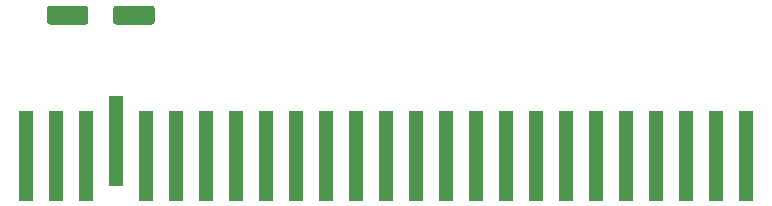
<source format=gbr>
G04 #@! TF.GenerationSoftware,KiCad,Pcbnew,(5.1.5-0-10_14)*
G04 #@! TF.CreationDate,2020-04-06T11:58:05+02:00*
G04 #@! TF.ProjectId,MSX USB Drive,4d535820-5553-4422-9044-726976652e6b,rev?*
G04 #@! TF.SameCoordinates,Original*
G04 #@! TF.FileFunction,Paste,Top*
G04 #@! TF.FilePolarity,Positive*
%FSLAX46Y46*%
G04 Gerber Fmt 4.6, Leading zero omitted, Abs format (unit mm)*
G04 Created by KiCad (PCBNEW (5.1.5-0-10_14)) date 2020-04-06 11:58:05*
%MOMM*%
%LPD*%
G04 APERTURE LIST*
%ADD10R,1.270000X7.620000*%
%ADD11C,0.100000*%
G04 APERTURE END LIST*
D10*
X617220000Y666496000D03*
X614680000Y666496000D03*
X665480000Y666496000D03*
X675640000Y666496000D03*
X668020000Y666496000D03*
X662940000Y666496000D03*
X660400000Y666496000D03*
X657860000Y666496000D03*
X670560000Y666496000D03*
X673100000Y666496000D03*
X642620000Y666496000D03*
X640080000Y666496000D03*
X637540000Y666496000D03*
X650240000Y666496000D03*
X647700000Y666496000D03*
X652780000Y666496000D03*
X645160000Y666496000D03*
X655320000Y666496000D03*
X624840000Y666496000D03*
X635000000Y666496000D03*
X632460000Y666496000D03*
X629920000Y666496000D03*
X627380000Y666496000D03*
X622300000Y667766000D03*
X619760000Y666496000D03*
D11*
G36*
X619754504Y679232796D02*
G01*
X619778773Y679229196D01*
X619802571Y679223235D01*
X619825671Y679214970D01*
X619847849Y679204480D01*
X619868893Y679191867D01*
X619888598Y679177253D01*
X619906777Y679160777D01*
X619923253Y679142598D01*
X619937867Y679122893D01*
X619950480Y679101849D01*
X619960970Y679079671D01*
X619969235Y679056571D01*
X619975196Y679032773D01*
X619978796Y679008504D01*
X619980000Y678984000D01*
X619980000Y677884000D01*
X619978796Y677859496D01*
X619975196Y677835227D01*
X619969235Y677811429D01*
X619960970Y677788329D01*
X619950480Y677766151D01*
X619937867Y677745107D01*
X619923253Y677725402D01*
X619906777Y677707223D01*
X619888598Y677690747D01*
X619868893Y677676133D01*
X619847849Y677663520D01*
X619825671Y677653030D01*
X619802571Y677644765D01*
X619778773Y677638804D01*
X619754504Y677635204D01*
X619730000Y677634000D01*
X616730000Y677634000D01*
X616705496Y677635204D01*
X616681227Y677638804D01*
X616657429Y677644765D01*
X616634329Y677653030D01*
X616612151Y677663520D01*
X616591107Y677676133D01*
X616571402Y677690747D01*
X616553223Y677707223D01*
X616536747Y677725402D01*
X616522133Y677745107D01*
X616509520Y677766151D01*
X616499030Y677788329D01*
X616490765Y677811429D01*
X616484804Y677835227D01*
X616481204Y677859496D01*
X616480000Y677884000D01*
X616480000Y678984000D01*
X616481204Y679008504D01*
X616484804Y679032773D01*
X616490765Y679056571D01*
X616499030Y679079671D01*
X616509520Y679101849D01*
X616522133Y679122893D01*
X616536747Y679142598D01*
X616553223Y679160777D01*
X616571402Y679177253D01*
X616591107Y679191867D01*
X616612151Y679204480D01*
X616634329Y679214970D01*
X616657429Y679223235D01*
X616681227Y679229196D01*
X616705496Y679232796D01*
X616730000Y679234000D01*
X619730000Y679234000D01*
X619754504Y679232796D01*
G37*
G36*
X625354504Y679232796D02*
G01*
X625378773Y679229196D01*
X625402571Y679223235D01*
X625425671Y679214970D01*
X625447849Y679204480D01*
X625468893Y679191867D01*
X625488598Y679177253D01*
X625506777Y679160777D01*
X625523253Y679142598D01*
X625537867Y679122893D01*
X625550480Y679101849D01*
X625560970Y679079671D01*
X625569235Y679056571D01*
X625575196Y679032773D01*
X625578796Y679008504D01*
X625580000Y678984000D01*
X625580000Y677884000D01*
X625578796Y677859496D01*
X625575196Y677835227D01*
X625569235Y677811429D01*
X625560970Y677788329D01*
X625550480Y677766151D01*
X625537867Y677745107D01*
X625523253Y677725402D01*
X625506777Y677707223D01*
X625488598Y677690747D01*
X625468893Y677676133D01*
X625447849Y677663520D01*
X625425671Y677653030D01*
X625402571Y677644765D01*
X625378773Y677638804D01*
X625354504Y677635204D01*
X625330000Y677634000D01*
X622330000Y677634000D01*
X622305496Y677635204D01*
X622281227Y677638804D01*
X622257429Y677644765D01*
X622234329Y677653030D01*
X622212151Y677663520D01*
X622191107Y677676133D01*
X622171402Y677690747D01*
X622153223Y677707223D01*
X622136747Y677725402D01*
X622122133Y677745107D01*
X622109520Y677766151D01*
X622099030Y677788329D01*
X622090765Y677811429D01*
X622084804Y677835227D01*
X622081204Y677859496D01*
X622080000Y677884000D01*
X622080000Y678984000D01*
X622081204Y679008504D01*
X622084804Y679032773D01*
X622090765Y679056571D01*
X622099030Y679079671D01*
X622109520Y679101849D01*
X622122133Y679122893D01*
X622136747Y679142598D01*
X622153223Y679160777D01*
X622171402Y679177253D01*
X622191107Y679191867D01*
X622212151Y679204480D01*
X622234329Y679214970D01*
X622257429Y679223235D01*
X622281227Y679229196D01*
X622305496Y679232796D01*
X622330000Y679234000D01*
X625330000Y679234000D01*
X625354504Y679232796D01*
G37*
M02*

</source>
